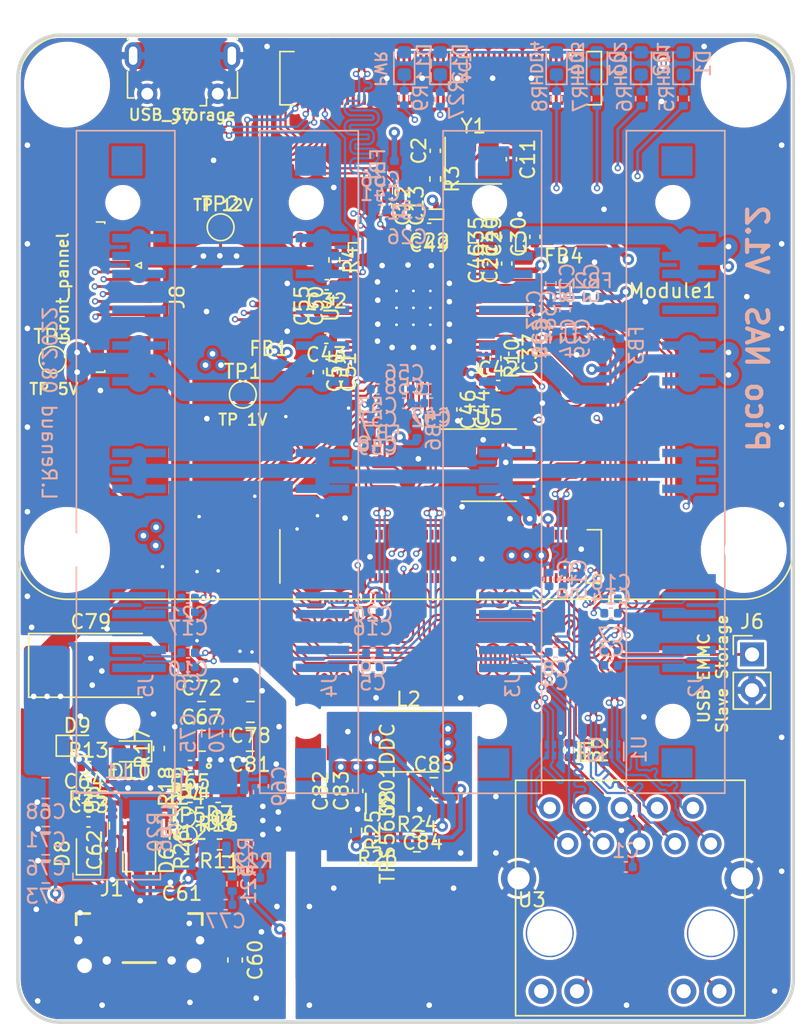
<source format=kicad_pcb>
(kicad_pcb (version 20211014) (generator pcbnew)

  (general
    (thickness 0.99)
  )

  (paper "A4")
  (layers
    (0 "F.Cu" signal)
    (1 "In1.Cu" power)
    (2 "In2.Cu" power)
    (31 "B.Cu" signal)
    (32 "B.Adhes" user "B.Adhesive")
    (33 "F.Adhes" user "F.Adhesive")
    (34 "B.Paste" user)
    (35 "F.Paste" user)
    (36 "B.SilkS" user "B.Silkscreen")
    (37 "F.SilkS" user "F.Silkscreen")
    (38 "B.Mask" user)
    (39 "F.Mask" user)
    (40 "Dwgs.User" user "User.Drawings")
    (41 "Cmts.User" user "User.Comments")
    (42 "Eco1.User" user "User.Eco1")
    (43 "Eco2.User" user "User.Eco2")
    (44 "Edge.Cuts" user)
    (45 "Margin" user)
    (46 "B.CrtYd" user "B.Courtyard")
    (47 "F.CrtYd" user "F.Courtyard")
    (48 "B.Fab" user)
    (49 "F.Fab" user)
    (50 "User.1" user)
    (51 "User.2" user)
    (52 "User.3" user)
    (53 "User.4" user)
    (54 "User.5" user)
    (55 "User.6" user)
    (56 "User.7" user)
    (57 "User.8" user)
    (58 "User.9" user)
  )

  (setup
    (stackup
      (layer "F.SilkS" (type "Top Silk Screen") (color "White"))
      (layer "F.Paste" (type "Top Solder Paste"))
      (layer "F.Mask" (type "Top Solder Mask") (color "Black") (thickness 0.01))
      (layer "F.Cu" (type "copper") (thickness 0.035))
      (layer "dielectric 1" (type "prepreg") (thickness 0.1) (material "FR4") (epsilon_r 4.5) (loss_tangent 0.02))
      (layer "In1.Cu" (type "copper") (thickness 0.0175))
      (layer "dielectric 2" (type "core") (thickness 0.665) (material "FR4") (epsilon_r 4.5) (loss_tangent 0.02))
      (layer "In2.Cu" (type "copper") (thickness 0.0175))
      (layer "dielectric 3" (type "prepreg") (thickness 0.1) (material "FR4") (epsilon_r 4.5) (loss_tangent 0.02))
      (layer "B.Cu" (type "copper") (thickness 0.035))
      (layer "B.Mask" (type "Bottom Solder Mask") (color "Black") (thickness 0.01))
      (layer "B.Paste" (type "Bottom Solder Paste"))
      (layer "B.SilkS" (type "Bottom Silk Screen") (color "White"))
      (copper_finish "None")
      (dielectric_constraints yes)
    )
    (pad_to_mask_clearance 0)
    (aux_axis_origin 171.2 118.5)
    (grid_origin 171.2 118.5)
    (pcbplotparams
      (layerselection 0x0000030_7ffffff8)
      (disableapertmacros false)
      (usegerberextensions false)
      (usegerberattributes true)
      (usegerberadvancedattributes true)
      (creategerberjobfile false)
      (svguseinch false)
      (svgprecision 6)
      (excludeedgelayer true)
      (plotframeref false)
      (viasonmask false)
      (mode 1)
      (useauxorigin true)
      (hpglpennumber 1)
      (hpglpenspeed 20)
      (hpglpendiameter 15.000000)
      (dxfpolygonmode true)
      (dxfimperialunits false)
      (dxfusepcbnewfont true)
      (psnegative false)
      (psa4output false)
      (plotreference false)
      (plotvalue false)
      (plotinvisibletext false)
      (sketchpadsonfab false)
      (subtractmaskfromsilk false)
      (outputformat 3)
      (mirror false)
      (drillshape 0)
      (scaleselection 1)
      (outputdirectory "./")
    )
  )

  (net 0 "")
  (net 1 "GND")
  (net 2 "Net-(C1-Pad1)")
  (net 3 "Net-(R1-Pad2)")
  (net 4 "/CM4/PCIE_RX_P")
  (net 5 "Net-(R2-Pad2)")
  (net 6 "/CM4/PCIE_RX_N")
  (net 7 "Net-(R21-Pad2)")
  (net 8 "Net-(R22-Pad1)")
  (net 9 "unconnected-(J2-Pad18)")
  (net 10 "unconnected-(J3-Pad18)")
  (net 11 "unconnected-(J4-Pad18)")
  (net 12 "unconnected-(J5-Pad18)")
  (net 13 "/CM4/n_eeprom_en")
  (net 14 "unconnected-(J7-Pad1)")
  (net 15 "/CM4/USB-")
  (net 16 "/CM4/USB+")
  (net 17 "/CM4/OTG_ID")
  (net 18 "/CM4/TRD3+")
  (net 19 "/CM4/TRD1+")
  (net 20 "/CM4/TRD3-")
  (net 21 "/CM4/TRD1-")
  (net 22 "/CM4/TRD2+")
  (net 23 "/CM4/TRD0+")
  (net 24 "/CM4/TRD2-")
  (net 25 "/CM4/TRD0-")
  (net 26 "/CM4/LEDY")
  (net 27 "unconnected-(Module1-Pad16)")
  (net 28 "/CM4/LEDG")
  (net 29 "unconnected-(Module1-Pad18)")
  (net 30 "unconnected-(Module1-Pad19)")
  (net 31 "unconnected-(Module1-Pad20)")
  (net 32 "Net-(D11-Pad1)")
  (net 33 "unconnected-(Module1-Pad24)")
  (net 34 "unconnected-(Module1-Pad25)")
  (net 35 "unconnected-(Module1-Pad26)")
  (net 36 "unconnected-(Module1-Pad27)")
  (net 37 "unconnected-(Module1-Pad28)")
  (net 38 "unconnected-(Module1-Pad29)")
  (net 39 "unconnected-(Module1-Pad30)")
  (net 40 "unconnected-(Module1-Pad31)")
  (net 41 "unconnected-(Module1-Pad34)")
  (net 42 "unconnected-(Module1-Pad35)")
  (net 43 "unconnected-(Module1-Pad36)")
  (net 44 "/CM4/SPI_CLK")
  (net 45 "/CM4/SPI_MISO")
  (net 46 "/CM4/SPI_MOSI")
  (net 47 "/CM4/SPI_EN0")
  (net 48 "unconnected-(Module1-Pad41)")
  (net 49 "/CM4/SPI_EN1")
  (net 50 "unconnected-(Module1-Pad45)")
  (net 51 "unconnected-(Module1-Pad46)")
  (net 52 "unconnected-(Module1-Pad47)")
  (net 53 "unconnected-(Module1-Pad48)")
  (net 54 "unconnected-(Module1-Pad49)")
  (net 55 "unconnected-(Module1-Pad50)")
  (net 56 "unconnected-(Module1-Pad51)")
  (net 57 "unconnected-(Module1-Pad54)")
  (net 58 "unconnected-(Module1-Pad55)")
  (net 59 "unconnected-(Module1-Pad56)")
  (net 60 "unconnected-(Module1-Pad57)")
  (net 61 "unconnected-(Module1-Pad58)")
  (net 62 "unconnected-(Module1-Pad61)")
  (net 63 "unconnected-(Module1-Pad62)")
  (net 64 "unconnected-(Module1-Pad63)")
  (net 65 "unconnected-(Module1-Pad64)")
  (net 66 "unconnected-(Module1-Pad67)")
  (net 67 "unconnected-(Module1-Pad68)")
  (net 68 "unconnected-(Module1-Pad69)")
  (net 69 "unconnected-(Module1-Pad70)")
  (net 70 "unconnected-(Module1-Pad72)")
  (net 71 "unconnected-(Module1-Pad73)")
  (net 72 "unconnected-(Module1-Pad75)")
  (net 73 "Net-(C2-Pad1)")
  (net 74 "/PCIe_sata/TX00+")
  (net 75 "/PCIe_sata/TX0+")
  (net 76 "/PCIe_sata/TX01+")
  (net 77 "/PCIe_sata/TX1+")
  (net 78 "/PCIe_sata/TX02+")
  (net 79 "/PCIe_sata/TX2+")
  (net 80 "/PCIe_sata/TX03+")
  (net 81 "/PCIe_sata/TX3+")
  (net 82 "/PCIe_sata/TX00-")
  (net 83 "/PCIe_sata/TX0-")
  (net 84 "/PCIe_sata/TX01-")
  (net 85 "/PCIe_sata/TX1-")
  (net 86 "/PCIe_sata/TX02-")
  (net 87 "/PCIe_sata/TX2-")
  (net 88 "/PCIe_sata/TX03-")
  (net 89 "/PCIe_sata/TX3-")
  (net 90 "Net-(C11-Pad1)")
  (net 91 "Net-(C12-Pad2)")
  (net 92 "unconnected-(Module1-Pad76)")
  (net 93 "Net-(C13-Pad2)")
  (net 94 "/PCIe_sata/RX00-")
  (net 95 "/PCIe_sata/RX0-")
  (net 96 "/PCIe_sata/RX01-")
  (net 97 "/PCIe_sata/RX1-")
  (net 98 "/PCIe_sata/RX02-")
  (net 99 "/PCIe_sata/RX2-")
  (net 100 "/PCIe_sata/RX03-")
  (net 101 "/PCIe_sata/RX3-")
  (net 102 "/PCIe_sata/RX00+")
  (net 103 "/PCIe_sata/RX0+")
  (net 104 "/PCIe_sata/RX01+")
  (net 105 "/PCIe_sata/RX1+")
  (net 106 "/PCIe_sata/RX02+")
  (net 107 "/PCIe_sata/RX2+")
  (net 108 "/PCIe_sata/RX03+")
  (net 109 "/PCIe_sata/RX3+")
  (net 110 "/PCIe_sata/VAA2_0")
  (net 111 "/PCIe_sata/VAA2_1")
  (net 112 "/PCIe_sata/VAA1")
  (net 113 "/PCIe_sata/AVDD0")
  (net 114 "+3V3")
  (net 115 "/PCIe_sata/VAA2_2")
  (net 116 "/PCIe_sata/VAA2_3")
  (net 117 "Net-(D1-Pad1)")
  (net 118 "Net-(D2-Pad1)")
  (net 119 "Net-(D3-Pad1)")
  (net 120 "Net-(D4-Pad1)")
  (net 121 "+1V0")
  (net 122 "+1V8")
  (net 123 "+12V")
  (net 124 "Net-(U6-Pad6)")
  (net 125 "+5V")
  (net 126 "unconnected-(Module1-Pad80)")
  (net 127 "unconnected-(Module1-Pad82)")
  (net 128 "unconnected-(Module1-Pad89)")
  (net 129 "unconnected-(Module1-Pad91)")
  (net 130 "unconnected-(Module1-Pad92)")
  (net 131 "unconnected-(Module1-Pad94)")
  (net 132 "Net-(D12-Pad1)")
  (net 133 "unconnected-(Module1-Pad96)")
  (net 134 "unconnected-(Module1-Pad97)")
  (net 135 "/CM4/Global_en")
  (net 136 "unconnected-(Module1-Pad100)")
  (net 137 "/CM4/PCIE_CLK_nREQ")
  (net 138 "unconnected-(Module1-Pad104)")
  (net 139 "unconnected-(Module1-Pad106)")
  (net 140 "/CM4/PCIE_nRST")
  (net 141 "/CM4/PCIE_CLK_P")
  (net 142 "unconnected-(Module1-Pad111)")
  (net 143 "/CM4/PCIE_CLK_N")
  (net 144 "unconnected-(Module1-Pad115)")
  (net 145 "unconnected-(Module1-Pad117)")
  (net 146 "unconnected-(Module1-Pad121)")
  (net 147 "/CM4/PCIE_TX_P")
  (net 148 "unconnected-(Module1-Pad123)")
  (net 149 "/CM4/PCIE_TX_N")
  (net 150 "Net-(R3-Pad2)")
  (net 151 "unconnected-(Module1-Pad127)")
  (net 152 "unconnected-(Module1-Pad128)")
  (net 153 "/PCIe_sata/led1")
  (net 154 "/PCIe_sata/led2")
  (net 155 "/PCIe_sata/led3")
  (net 156 "/PCIe_sata/led4")
  (net 157 "Net-(R10-Pad1)")
  (net 158 "unconnected-(Module1-Pad129)")
  (net 159 "unconnected-(Module1-Pad130)")
  (net 160 "unconnected-(Module1-Pad133)")
  (net 161 "unconnected-(Module1-Pad134)")
  (net 162 "unconnected-(Module1-Pad135)")
  (net 163 "unconnected-(Module1-Pad136)")
  (net 164 "unconnected-(Module1-Pad139)")
  (net 165 "unconnected-(Module1-Pad140)")
  (net 166 "unconnected-(Module1-Pad141)")
  (net 167 "unconnected-(Module1-Pad142)")
  (net 168 "unconnected-(Module1-Pad143)")
  (net 169 "unconnected-(Module1-Pad145)")
  (net 170 "unconnected-(Module1-Pad146)")
  (net 171 "unconnected-(Module1-Pad147)")
  (net 172 "unconnected-(Module1-Pad148)")
  (net 173 "unconnected-(Module1-Pad149)")
  (net 174 "unconnected-(Module1-Pad151)")
  (net 175 "unconnected-(Module1-Pad152)")
  (net 176 "unconnected-(Module1-Pad153)")
  (net 177 "unconnected-(Module1-Pad154)")
  (net 178 "unconnected-(Module1-Pad157)")
  (net 179 "unconnected-(Module1-Pad158)")
  (net 180 "unconnected-(Module1-Pad159)")
  (net 181 "unconnected-(Module1-Pad160)")
  (net 182 "unconnected-(Module1-Pad163)")
  (net 183 "unconnected-(Module1-Pad164)")
  (net 184 "unconnected-(Module1-Pad165)")
  (net 185 "unconnected-(Module1-Pad166)")
  (net 186 "unconnected-(Module1-Pad169)")
  (net 187 "unconnected-(Module1-Pad170)")
  (net 188 "unconnected-(Module1-Pad171)")
  (net 189 "unconnected-(Module1-Pad172)")
  (net 190 "unconnected-(Module1-Pad175)")
  (net 191 "unconnected-(Module1-Pad176)")
  (net 192 "unconnected-(Module1-Pad177)")
  (net 193 "unconnected-(Module1-Pad178)")
  (net 194 "unconnected-(Module1-Pad181)")
  (net 195 "unconnected-(Module1-Pad182)")
  (net 196 "unconnected-(Module1-Pad183)")
  (net 197 "unconnected-(Module1-Pad184)")
  (net 198 "unconnected-(Module1-Pad187)")
  (net 199 "unconnected-(Module1-Pad188)")
  (net 200 "unconnected-(Module1-Pad189)")
  (net 201 "unconnected-(Module1-Pad190)")
  (net 202 "unconnected-(Module1-Pad193)")
  (net 203 "unconnected-(Module1-Pad194)")
  (net 204 "unconnected-(Module1-Pad195)")
  (net 205 "unconnected-(Module1-Pad196)")
  (net 206 "unconnected-(Module1-Pad199)")
  (net 207 "unconnected-(Module1-Pad200)")
  (net 208 "/PCIe_sata/SPI_DO")
  (net 209 "/PCIe_sata/SPI_CS")
  (net 210 "/PCIe_sata/SPI_DI")
  (net 211 "Net-(C66-Pad2)")
  (net 212 "Net-(C66-Pad1)")
  (net 213 "Net-(C69-Pad2)")
  (net 214 "Net-(C77-Pad2)")
  (net 215 "Net-(L1-Pad1)")
  (net 216 "/PCIe_sata/SPI_CLK")
  (net 217 "unconnected-(U4-Pad21)")
  (net 218 "unconnected-(U4-Pad38)")
  (net 219 "VBUS")
  (net 220 "Net-(C61-Pad1)")
  (net 221 "Net-(C63-Pad2)")
  (net 222 "Net-(C64-Pad2)")
  (net 223 "Net-(C65-Pad2)")
  (net 224 "Net-(D9-Pad1)")
  (net 225 "Net-(D10-Pad1)")
  (net 226 "/Power/CC1")
  (net 227 "/Power/CC2")
  (net 228 "Net-(Q1-Pad3)")
  (net 229 "/Power/SCL")
  (net 230 "/Power/Vbus_vs_Disch")
  (net 231 "/Power/SDA")
  (net 232 "Net-(R15-Pad1)")
  (net 233 "Net-(R17-Pad1)")
  (net 234 "Net-(R18-Pad2)")
  (net 235 "unconnected-(U4-Pad60)")
  (net 236 "unconnected-(U4-Pad63)")
  (net 237 "unconnected-(U4-Pad64)")
  (net 238 "unconnected-(U4-Pad65)")
  (net 239 "unconnected-(U4-Pad66)")
  (net 240 "unconnected-(U4-Pad67)")
  (net 241 "unconnected-(U4-Pad72)")
  (net 242 "unconnected-(U4-Pad73)")
  (net 243 "unconnected-(U4-Pad74)")
  (net 244 "unconnected-(U4-Pad75)")
  (net 245 "unconnected-(U4-Pad76)")
  (net 246 "unconnected-(U6-Pad3)")
  (net 247 "unconnected-(U6-Pad11)")
  (net 248 "unconnected-(U6-Pad15)")
  (net 249 "unconnected-(U6-Pad17)")
  (net 250 "unconnected-(U6-Pad19)")
  (net 251 "VDD")
  (net 252 "unconnected-(U4-Pad35)")
  (net 253 "unconnected-(U4-Pad37)")
  (net 254 "unconnected-(U4-Pad43)")
  (net 255 "unconnected-(U4-Pad46)")
  (net 256 "unconnected-(U4-Pad47)")
  (net 257 "unconnected-(U4-Pad48)")
  (net 258 "unconnected-(U4-Pad49)")
  (net 259 "unconnected-(U4-Pad50)")
  (net 260 "unconnected-(U4-Pad57)")
  (net 261 "Net-(C84-Pad2)")
  (net 262 "Net-(R24-Pad1)")
  (net 263 "Net-(R25-Pad1)")
  (net 264 "Net-(C84-Pad1)")
  (net 265 "unconnected-(U8-Pad5)")
  (net 266 "Net-(Module1-Pad21)")
  (net 267 "Net-(Module1-Pad95)")

  (footprint "Capacitor_SMD:C_0402_1005Metric" (layer "F.Cu") (at 183.5 100.3 180))

  (footprint "Capacitor_SMD:C_0402_1005Metric" (layer "F.Cu") (at 200 104.6 180))

  (footprint "Resistor_SMD:R_0402_1005Metric" (layer "F.Cu") (at 181.75 106.25 -90))

  (footprint "Capacitor_SMD:C_0402_1005Metric" (layer "F.Cu") (at 177.9 106.3 90))

  (footprint "Capacitor_SMD:C_0805_2012Metric" (layer "F.Cu") (at 184.32 96.5))

  (footprint "Resistor_SMD:R_0402_1005Metric" (layer "F.Cu") (at 195.3 104.9 -90))

  (footprint "Capacitor_SMD:C_0402_1005Metric" (layer "F.Cu") (at 207.97 62.8 90))

  (footprint "Capacitor_SMD:C_0402_1005Metric" (layer "F.Cu") (at 206.475 71.1 -90))

  (footprint "Crystal:Crystal_SMD_Abracon_ABM8G-4Pin_3.2x2.5mm" (layer "F.Cu") (at 203.6 57.4))

  (footprint "LED_SMD:LED_0603_1608Metric" (layer "F.Cu") (at 179.3 99.3 180))

  (footprint "Capacitor_SMD:C_0402_1005Metric" (layer "F.Cu") (at 175.97 102.6))

  (footprint "Resistor_SMD:R_0402_1005Metric" (layer "F.Cu") (at 185.5 103.3 180))

  (footprint "Inductor_SMD:L_Coilcraft_XxL4020" (layer "F.Cu") (at 199 98.6))

  (footprint "TestPoint:TestPoint_Pad_D1.0mm" (layer "F.Cu") (at 183.3 105.275))

  (footprint "Capacitor_SMD:C_0402_1005Metric" (layer "F.Cu") (at 204.97 64.7 90))

  (footprint "Capacitor_SMD:C_0603_1608Metric" (layer "F.Cu") (at 194.2 102.1 90))

  (footprint "Resistor_SMD:R_0402_1005Metric" (layer "F.Cu") (at 184 101.8 90))

  (footprint "Capacitor_SMD:C_0402_1005Metric" (layer "F.Cu") (at 200.47 62.2 180))

  (footprint "Capacitor_SMD:C_0402_1005Metric" (layer "F.Cu") (at 192.6 72.4 -90))

  (footprint "CM4+NAS:1610" (layer "F.Cu") (at 185.6 107.30842 180))

  (footprint "Capacitor_SMD:C_0402_1005Metric" (layer "F.Cu") (at 206.3 57.3 -90))

  (footprint "Resistor_SMD:R_0402_1005Metric" (layer "F.Cu") (at 205.175 71.425 -90))

  (footprint "Connector_PinHeader_2.54mm:PinHeader_1x02_P2.54mm_Vertical" (layer "F.Cu") (at 223.37 92.425))

  (footprint "Resistor_SMD:R_0402_1005Metric" (layer "F.Cu") (at 211.47 99.2 -90))

  (footprint "Resistor_SMD:R_0402_1005Metric" (layer "F.Cu") (at 200.9 58.7 -90))

  (footprint "Capacitor_SMD:C_0402_1005Metric" (layer "F.Cu") (at 205.97 64.7 90))

  (footprint "Capacitor_Tantalum_SMD:CP_EIA-7343-31_Kemet-D" (layer "F.Cu") (at 176.47 93.2))

  (footprint "Connector_FFC-FPC:TE_1-1734839-0_1x10-1MP_P0.5mm_Horizontal" (layer "F.Cu") (at 179.5 67.075 -90))

  (footprint "Capacitor_SMD:C_0402_1005Metric" (layer "F.Cu") (at 193.6 67.7 90))

  (footprint "Capacitor_SMD:C_0603_1608Metric" (layer "F.Cu") (at 182.925 107.95 180))

  (footprint "Resistor_SMD:R_0402_1005Metric" (layer "F.Cu") (at 210.385 99.21 -90))

  (footprint "Capacitor_SMD:C_0805_2012Metric" (layer "F.Cu") (at 184.32 98.55))

  (footprint "Resistor_SMD:R_0402_1005Metric" (layer "F.Cu") (at 193.74 64.44 -90))

  (footprint "Capacitor_SMD:C_0402_1005Metric" (layer "F.Cu") (at 197.45 60.6 -90))

  (footprint "Capacitor_SMD:C_0402_1005Metric" (layer "F.Cu") (at 193.2 66.2 180))

  (footprint "Package_TO_SOT_SMD:SOT-323_SC-70" (layer "F.Cu") (at 179.9 107.1 -90))

  (footprint "Capacitor_SMD:C_0805_2012Metric" (layer "F.Cu") (at 187.77 98.55 180))

  (footprint "Capacitor_SMD:C_0402_1005Metric" (layer "F.Cu") (at 205.37 73.35))

  (footprint "Resistor_SMD:R_0603_1608Metric" (layer "F.Cu") (at 199.6 105.9))

  (footprint "Capacitor_SMD:C_0402_1005Metric" (layer "F.Cu") (at 203.075 75.05 -90))

  (footprint "Capacitor_SMD:C_0402_1005Metric" (layer "F.Cu") (at 193.17 70 180))

  (footprint "Package_DFN_QFN:QFN-24-1EP_4x4mm_P0.5mm_EP2.7x2.7mm" (layer "F.Cu") (at 179.9 102.7 90))

  (footprint "TestPoint:TestPoint_Pad_D1.5mm" (layer "F.Cu") (at 185.675 62.125))

  (footprint "Inductor_SMD:L_0402_1005Metric" (layer "F.Cu") (at 210 63 180))

  (footprint "CM4+NAS:TPS56339DDCR" (layer "F.Cu") (at 197.5 103 -90))

  (footprint "Resistor_SMD:R_0402_1005Metric" (layer "F.Cu") (at 183.275 106.225))

  (footprint "TestPoint:TestPoint_Pad_D1.0mm" (layer "F.Cu") (at 183.2 104))

  (footprint "Capacitor_SMD:C_0603_1608Metric" (layer "F.Cu") (at 186.7 114.1 -90))

  (footprint "CM4+NAS:UDFN6B" (layer "F.Cu") (at 185.9 101.4))

  (footprint "CM4+NAS:C_POL_0402_1005Metric" (layer "F.Cu") (at 206.97 62.8 90))

  (footprint "Capacitor_SMD:C_0402_1005Metric" (layer "F.Cu") (at 198.4 60.6 -90))

  (footprint "CM4+NAS:C_POL_0402_1005Metric" (layer "F.Cu") (at 200.47 61.2 180))

  (footprint "Capacitor_SMD:C_0805_2012Metric" (layer "F.Cu") (at 200.8 101.9))

  (footprint "Resistor_SMD:R_0402_1005Metric" (layer "F.Cu") (at 176.3 100.4))

  (footprint "Resistor_SMD:R_0402_1005Metric" (layer "F.Cu") (at 183 101.8 90))

  (footprint "Capacitor_SMD:C_0402_1005Metric" (layer "F.Cu") (at 195.4 102.1 90))

  (footprint "Capacitor_SMD:C_0402_1005Metric" (layer "F.Cu")
    (tedit 5F68FEEE) (tstamp c97dbbd5-0a8c-4df8-8f83-a88720b9bd8b)
    (at 193.6 72.4 -90)
    (descr "Capacitor SMD 0402 (1005 Metric), square (rectangular) end terminal, IPC_7351 nominal, (Body size source: IPC-SM-782 page 76, https://www.pcb-3d.com/wordpress/wp-content/uploads/ipc-sm-782a_amendment_1_and_2.pdf), generated with kicad-footprint-generator")
    (tags "capacitor")
    (property "MFR" "Kemet")
    (property "MPN" "F981A225MUA ")
    (property "Sheetfile" "PCIe_sata.kicad_sch")
    (property "Sheetname" "PCIe_sata")
    (path "/2c979e14-b388-4161-9e61-0df9b5317aa8/f0db51fc-6c68-4853-9f11-e04b298aa4b9")
    (attr smd)
    (fp_text reference "C51" (at 0 -1.16 90) (layer "F.SilkS")
      (effects (font (size 1 1) (thickness 0.15)))
      (tstamp 7cc69e7b-6b8f-4a74-8c7e-085cbc9f900d)
    )
    (fp_text value "10n" (at 0 1.16 90) (layer "F.Fab")
      (effects (font (size 1 1) (thickness 0.15)))
      (tstamp 8e81fe87-cae3-48bb-85f8-1c3df443ad19)
    )
    (fp_text user "${REFERENCE}" (at 0 0 90) (layer "F.Fab")
      (effects (font (size 0.25 0.25) (thickness 0.04)))
      (tstamp 4a80d056-dd21-4dc2-8446-10d83ab49229)
    )
    (fp_line (start -0.107836 0.36) (end 0.107836 0.36) (layer "F.SilkS") (width 0.12) (tstamp 507b0a73-996c-414d-bd34-9a11c8abba03))
    (fp_line (start -0.107836 -0.36) (end 0.107836 -0.36) (layer "F.SilkS") (width 0.12) (tstamp 7a072aac-4d06-4cf1-abb7-898692de1868))
    (fp_line (start 0.91 0.46) (end -0.91 0.46) (layer "F.CrtYd") (width 0.05) (tstamp 0232d246-f5f5-46e2-b59a-b149a4949020))
    (fp_line (start 0.91 -0.46) (end 0.91 0.46) (layer "F.CrtYd") (width 0.05) (tstamp 1630cc18-6f58-4996-aafc-95523fcfec17))
    (fp_line (start -0.91 0.46) (end -0.91 -0.46) (layer "F.CrtYd") (width 0.05) (tstamp 2d2716b8-5ac2-4782-8382-fec83808a5ce))
    (fp_line (start -0.91 -0.46) (end 0.91 -0.46) (layer "F.CrtY
... [3351241 chars truncated]
</source>
